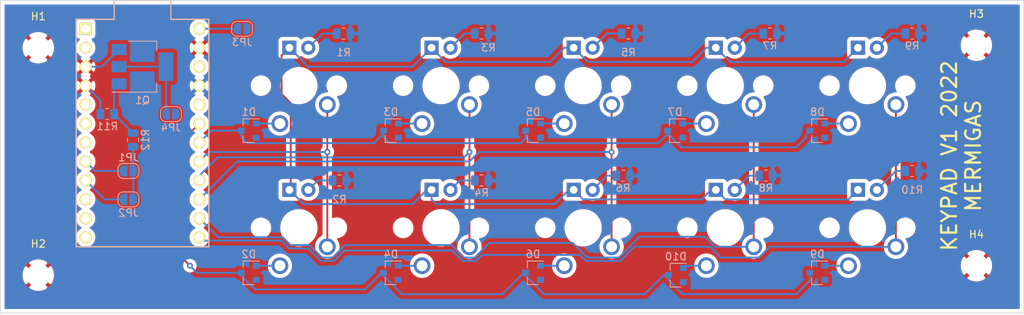
<source format=kicad_pcb>
(kicad_pcb (version 20171130) (host pcbnew "(5.1.10)-1")
  (layers (0 F.Cu signal hide) (31 B.Cu signal) (34 B.Paste user) (35 F.Paste user) (36 B.SilkS user) (37 F.SilkS user) (38 B.Mask user) (39 F.Mask user) (44 Edge.Cuts user))
  (net 0 "")
  (net 1 ROW_0)
  (net 2 "Net-(D1-Pad2)")
  (net 3 ROW_1)
  (net 4 "Net-(D2-Pad2)")
  (net 5 "Net-(D3-Pad2)")
  (net 6 "Net-(D4-Pad2)")
  (net 7 "Net-(D5-Pad2)")
  (net 8 "Net-(D6-Pad2)")
  (net 9 "Net-(D7-Pad2)")
  (net 10 "Net-(D8-Pad2)")
  (net 11 "Net-(D9-Pad2)")
  (net 12 "Net-(JP1-Pad2)")
  (net 13 LED_PWM)
  (net 14 "Net-(JP2-Pad1)")
  (net 15 "Net-(JP3-Pad2)")
  (net 16 "Net-(JP3-Pad1)")
  (net 17 LEGEND)
  (net 18 "Net-(JP4-Pad1)")
  (net 19 Legend)
  (net 20 "Net-(MX1-Pad3)")
  (net 21 COL_0)
  (net 22 "Net-(MX2-Pad3)")
  (net 23 "Net-(MX3-Pad3)")
  (net 24 COL_1)
  (net 25 "Net-(MX4-Pad3)")
  (net 26 "Net-(MX5-Pad3)")
  (net 27 COL_2)
  (net 28 "Net-(MX6-Pad3)")
  (net 29 "Net-(MX7-Pad3)")
  (net 30 COL_3)
  (net 31 "Net-(MX8-Pad3)")
  (net 32 "Net-(MX9-Pad3)")
  (net 33 COL_4)
  (net 34 "Net-(MX10-Pad3)")
  (net 35 "Net-(Q1-Pad1)")
  (net 36 GND)
  (net 37 5VDC)
  (net 38 "Net-(U1-Pad22)")
  (net 39 "Net-(U1-Pad20)")
  (net 40 "Net-(U1-Pad10)")
  (net 41 "Net-(U1-Pad7)")
  (net 42 "Net-(U1-Pad6)")
  (net 43 "Net-(U1-Pad5)")
  (net 44 "Net-(U1-Pad2)")
  (net 45 "Net-(U1-Pad1)")
  (net 46 "Net-(U1-Pad12)")
  (net 47 "Net-(U1-Pad11)")
  (net 48 "Net-(D10-Pad2)")
  (module MX_Only:MXOnly-1U (layer F.Cu) (at 137.795 91.44 180)
    (fp_text reference MX3)
    (fp_text value MX-LED)
    (pad "" np_thru_hole circle (at 5.08 0 228.0996) (size 1.75 1.75) (drill 1.75) (layers *.Cu *.Mask))
    (pad "" np_thru_hole circle (at -5.08 0 228.0996) (size 1.75 1.75) (drill 1.75) (layers *.Cu *.Mask))
    (pad 4 thru_hole rect (at 1.27 5.08 180) (size 1.905 1.905) (drill 1.04) (layers *.Cu B.Mask) (net 19 Legend))
    (pad 3 thru_hole circle (at -1.27 5.08 180) (size 1.905 1.905) (drill 1.04) (layers *.Cu B.Mask) (net 23 "Net-(MX3-Pad3)"))
    (pad 1 thru_hole circle (at -3.81 -2.54 180) (size 2.25 2.25) (drill 1.47) (layers *.Cu B.Mask) (net 24 COL_1))
    (pad "" np_thru_hole circle (at 0 0 180) (size 3.9878 3.9878) (drill 3.9878) (layers *.Cu *.Mask))
    (pad 2 thru_hole circle (at 2.54 -5.08 180) (size 2.25 2.25) (drill 1.47) (layers *.Cu B.Mask) (net 5 "Net-(D3-Pad2)"))
  )
  (module Diode_SMD:D_SOT-23_ANK (layer B.Cu) (at 169.275 116.84 180)
    (fp_text reference D10 (at 0 2.5) (layer B.SilkS) (effects (justify mirror)))
    (fp_text value D hide)
    (pad 1 smd rect (at 1 0 180) (size 0.9 0.8) (layers B.Cu B.Paste B.Mask) (net 3 ROW_1))
    (pad "" smd rect (at -1 -0.95 180) (size 0.9 0.8) (layers B.Cu B.Paste B.Mask))
    (pad 2 smd rect (at -1 0.95 180) (size 0.9 0.8) (layers B.Cu B.Paste B.Mask) (net 48 "Net-(D10-Pad2)"))
  )
  (module MountingHole:MountingHole_3.2mm_M3 (layer F.Cu) (at 209.55 115.57)
    (fp_text reference H4 (at 0 -4.2) (layer F.SilkS))
    (fp_text value MountingHole_Pad)
    (pad 1 np_thru_hole circle (at 0 0) (size 3.2 3.2) (drill 3.2) (layers *.Cu *.Mask) (net 36 GND))
  )
  (module MountingHole:MountingHole_3.2mm_M3 (layer F.Cu) (at 209.545001 86.025001)
    (fp_text reference H3 (at 0 -4.2) (layer F.SilkS))
    (fp_text value MountingHole_Pad)
    (pad 1 np_thru_hole circle (at 0 0) (size 3.2 3.2) (drill 3.2) (layers *.Cu *.Mask) (net 36 GND))
  )
  (module MountingHole:MountingHole_3.2mm_M3 (layer F.Cu) (at 83.82 116.84)
    (fp_text reference H2 (at 0 -4.2) (layer F.SilkS))
    (fp_text value MountingHole_Pad hide)
    (pad 1 np_thru_hole circle (at 0 0) (size 3.2 3.2) (drill 3.2) (layers *.Cu *.Mask) (net 36 GND))
  )
  (module MountingHole:MountingHole_3.2mm_M3 (layer F.Cu) (at 83.82 86.36)
    (fp_text reference H1 (at 0 -4.2) (layer F.SilkS))
    (fp_text value MountingHole_Pad)
    (pad 1 np_thru_hole circle (at 0 0) (size 3.2 3.2) (drill 3.2) (layers *.Cu *.Mask) (net 36 GND))
  )
  (module promicro:ProMicro (layer F.Cu) (at 97.79 97.79 270)
    (fp_text reference U1 hide)
    (fp_text value ProMicro hide)
    (pad 24 thru_hole circle (at -13.97 -7.62 270) (size 1.6 1.6) (drill 1.1) (layers *.Cu *.Mask F.SilkS) (net 16 "Net-(JP3-Pad1)"))
    (pad 23 thru_hole circle (at -11.43 -7.62 270) (size 1.6 1.6) (drill 1.1) (layers *.Cu *.Mask F.SilkS) (net 36 GND))
    (pad 22 thru_hole circle (at -8.89 -7.62 270) (size 1.6 1.6) (drill 1.1) (layers *.Cu *.Mask F.SilkS) (net 38 "Net-(U1-Pad22)"))
    (pad 21 thru_hole circle (at -6.35 -7.62 270) (size 1.6 1.6) (drill 1.1) (layers *.Cu *.Mask F.SilkS) (net 37 5VDC))
    (pad 20 thru_hole circle (at -3.81 -7.62 270) (size 1.6 1.6) (drill 1.1) (layers *.Cu *.Mask F.SilkS) (net 39 "Net-(U1-Pad20)"))
    (pad 19 thru_hole circle (at -1.27 -7.62 270) (size 1.6 1.6) (drill 1.1) (layers *.Cu *.Mask F.SilkS) (net 3 ROW_1))
    (pad 18 thru_hole circle (at 1.27 -7.62 270) (size 1.6 1.6) (drill 1.1) (layers *.Cu *.Mask F.SilkS) (net 1 ROW_0))
    (pad 17 thru_hole circle (at 3.81 -7.62 270) (size 1.6 1.6) (drill 1.1) (layers *.Cu *.Mask F.SilkS) (net 21 COL_0))
    (pad 16 thru_hole circle (at 6.35 -7.62 270) (size 1.6 1.6) (drill 1.1) (layers *.Cu *.Mask F.SilkS) (net 24 COL_1))
    (pad 15 thru_hole circle (at 8.89 -7.62 270) (size 1.6 1.6) (drill 1.1) (layers *.Cu *.Mask F.SilkS) (net 27 COL_2))
    (pad 14 thru_hole circle (at 11.43 -7.62 270) (size 1.6 1.6) (drill 1.1) (layers *.Cu *.Mask F.SilkS) (net 30 COL_3))
    (pad 13 thru_hole circle (at 13.97 -7.62 270) (size 1.6 1.6) (drill 1.1) (layers *.Cu *.Mask F.SilkS) (net 33 COL_4))
    (pad 12 thru_hole circle (at 13.97 7.62 270) (size 1.6 1.6) (drill 1.1) (layers *.Cu *.Mask F.SilkS) (net 46 "Net-(U1-Pad12)"))
    (pad 11 thru_hole circle (at 11.43 7.62 270) (size 1.6 1.6) (drill 1.1) (layers *.Cu *.Mask F.SilkS) (net 47 "Net-(U1-Pad11)"))
    (pad 10 thru_hole circle (at 8.89 7.62 270) (size 1.6 1.6) (drill 1.1) (layers *.Cu *.Mask F.SilkS) (net 40 "Net-(U1-Pad10)"))
    (pad 9 thru_hole circle (at 6.35 7.62 270) (size 1.6 1.6) (drill 1.1) (layers *.Cu *.Mask F.SilkS) (net 14 "Net-(JP2-Pad1)"))
    (pad 8 thru_hole circle (at 3.81 7.62 270) (size 1.6 1.6) (drill 1.1) (layers *.Cu *.Mask F.SilkS) (net 12 "Net-(JP1-Pad2)"))
    (pad 7 thru_hole circle (at 1.27 7.62 270) (size 1.6 1.6) (drill 1.1) (layers *.Cu *.Mask F.SilkS) (net 41 "Net-(U1-Pad7)"))
    (pad 6 thru_hole circle (at -1.27 7.62 270) (size 1.6 1.6) (drill 1.1) (layers *.Cu *.Mask F.SilkS) (net 42 "Net-(U1-Pad6)"))
    (pad 5 thru_hole circle (at -3.81 7.62 270) (size 1.6 1.6) (drill 1.1) (layers *.Cu *.Mask F.SilkS) (net 43 "Net-(U1-Pad5)"))
    (pad 4 thru_hole circle (at -6.35 7.62 270) (size 1.6 1.6) (drill 1.1) (layers *.Cu *.Mask F.SilkS) (net 36 GND))
    (pad 3 thru_hole circle (at -8.89 7.62 270) (size 1.6 1.6) (drill 1.1) (layers *.Cu *.Mask F.SilkS) (net 36 GND))
    (pad 2 thru_hole circle (at -11.43 7.62 270) (size 1.6 1.6) (drill 1.1) (layers *.Cu *.Mask F.SilkS) (net 44 "Net-(U1-Pad2)"))
    (pad 1 thru_hole rect (at -13.97 7.62 270) (size 1.6 1.6) (drill 1.1) (layers *.Cu *.Mask F.SilkS) (net 45 "Net-(U1-Pad1)"))
  )
  (module Resistor_SMD:R_0805_2012Metric (layer B.Cu) (at 96.52 98.7025 90)
    (fp_text reference R12 (at 0 1.65 270) (layer B.SilkS) (effects (justify mirror)))
    (fp_text value 470)
    (pad 2 smd roundrect (at 0.9125 0 90) (size 1.025 1.4) (layers B.Cu B.Paste B.Mask) (roundrect_rratio 0.2439014634146341) (net 35 "Net-(Q1-Pad1)"))
    (pad 1 smd roundrect (at -0.9125 0 90) (size 1.025 1.4) (layers B.Cu B.Paste B.Mask) (roundrect_rratio 0.2439014634146341) (net 13 LED_PWM))
  )
  (module Resistor_SMD:R_0805_2012Metric (layer B.Cu) (at 93.0675 95.25)
    (fp_text reference R11 (at 0 1.65) (layer B.SilkS) (effects (justify mirror)))
    (fp_text value 470)
    (pad 2 smd roundrect (at 0.9125 0) (size 1.025 1.4) (layers B.Cu B.Paste B.Mask) (roundrect_rratio 0.2439014634146341) (net 35 "Net-(Q1-Pad1)"))
    (pad 1 smd roundrect (at -0.9125 0) (size 1.025 1.4) (layers B.Cu B.Paste B.Mask) (roundrect_rratio 0.2439014634146341) (net 36 GND))
  )
  (module Resistor_SMD:R_0805_2012Metric (layer B.Cu) (at 200.9375 102.87)
    (fp_text reference R10 (at 0 2.54) (layer B.SilkS) (effects (justify mirror)))
    (fp_text value 470 hide)
    (pad 2 smd roundrect (at 0.9125 0) (size 1.025 1.4) (layers B.Cu B.Paste B.Mask) (roundrect_rratio 0.2439014634146341) (net 37 5VDC))
    (pad 1 smd roundrect (at -0.9125 0) (size 1.025 1.4) (layers B.Cu B.Paste B.Mask) (roundrect_rratio 0.2439014634146341) (net 34 "Net-(MX10-Pad3)"))
  )
  (module Resistor_SMD:R_0805_2012Metric (layer B.Cu) (at 200.9375 84.455)
    (fp_text reference R9 (at 0 1.65) (layer B.SilkS) (effects (justify mirror)))
    (fp_text value 470 hide)
    (pad 2 smd roundrect (at 0.9125 0) (size 1.025 1.4) (layers B.Cu B.Paste B.Mask) (roundrect_rratio 0.2439014634146341) (net 37 5VDC))
    (pad 1 smd roundrect (at -0.9125 0) (size 1.025 1.4) (layers B.Cu B.Paste B.Mask) (roundrect_rratio 0.2439014634146341) (net 32 "Net-(MX9-Pad3)"))
  )
  (module Resistor_SMD:R_0805_2012Metric (layer B.Cu) (at 181.3325 103.505)
    (fp_text reference R8 (at 0 1.65) (layer B.SilkS) (effects (justify mirror)))
    (fp_text value 470 hide)
    (pad 2 smd roundrect (at 0.9125 0) (size 1.025 1.4) (layers B.Cu B.Paste B.Mask) (roundrect_rratio 0.2439014634146341) (net 37 5VDC))
    (pad 1 smd roundrect (at -0.9125 0) (size 1.025 1.4) (layers B.Cu B.Paste B.Mask) (roundrect_rratio 0.2439014634146341) (net 31 "Net-(MX8-Pad3)"))
  )
  (module Resistor_SMD:R_0805_2012Metric (layer B.Cu) (at 181.8875 84.455)
    (fp_text reference R7 (at 0 1.65) (layer B.SilkS) (effects (justify mirror)))
    (fp_text value 470 hide)
    (pad 2 smd roundrect (at 0.9125 0) (size 1.025 1.4) (layers B.Cu B.Paste B.Mask) (roundrect_rratio 0.2439014634146341) (net 37 5VDC))
    (pad 1 smd roundrect (at -0.9125 0) (size 1.025 1.4) (layers B.Cu B.Paste B.Mask) (roundrect_rratio 0.2439014634146341) (net 29 "Net-(MX7-Pad3)"))
  )
  (module Resistor_SMD:R_0805_2012Metric (layer B.Cu) (at 162.2025 103.505)
    (fp_text reference R6 (at 0 1.65) (layer B.SilkS) (effects (justify mirror)))
    (fp_text value 470 hide)
    (pad 2 smd roundrect (at 0.9125 0) (size 1.025 1.4) (layers B.Cu B.Paste B.Mask) (roundrect_rratio 0.2439014634146341) (net 37 5VDC))
    (pad 1 smd roundrect (at -0.9125 0) (size 1.025 1.4) (layers B.Cu B.Paste B.Mask) (roundrect_rratio 0.2439014634146341) (net 28 "Net-(MX6-Pad3)"))
  )
  (module Resistor_SMD:R_0805_2012Metric (layer B.Cu) (at 162.9175 84.455)
    (fp_text reference R5 (at 0 2.54) (layer B.SilkS) (effects (justify mirror)))
    (fp_text value 470 hide)
    (pad 2 smd roundrect (at 0.9125 0) (size 1.025 1.4) (layers B.Cu B.Paste B.Mask) (roundrect_rratio 0.2439014634146341) (net 37 5VDC))
    (pad 1 smd roundrect (at -0.9125 0) (size 1.025 1.4) (layers B.Cu B.Paste B.Mask) (roundrect_rratio 0.2439014634146341) (net 26 "Net-(MX5-Pad3)"))
  )
  (module Resistor_SMD:R_0805_2012Metric (layer B.Cu) (at 143.2325 104.14)
    (fp_text reference R4 (at 0 1.65) (layer B.SilkS) (effects (justify mirror)))
    (fp_text value 470 hide)
    (pad 2 smd roundrect (at 0.9125 0) (size 1.025 1.4) (layers B.Cu B.Paste B.Mask) (roundrect_rratio 0.2439014634146341) (net 37 5VDC))
    (pad 1 smd roundrect (at -0.9125 0) (size 1.025 1.4) (layers B.Cu B.Paste B.Mask) (roundrect_rratio 0.2439014634146341) (net 25 "Net-(MX4-Pad3)"))
  )
  (module Resistor_SMD:R_0805_2012Metric (layer B.Cu) (at 143.2325 84.455)
    (fp_text reference R3 (at 0.9125 1.905) (layer B.SilkS) (effects (justify mirror)))
    (fp_text value 470 hide)
    (pad 2 smd roundrect (at 0.9125 0) (size 1.025 1.4) (layers B.Cu B.Paste B.Mask) (roundrect_rratio 0.2439014634146341) (net 37 5VDC))
    (pad 1 smd roundrect (at -0.9125 0) (size 1.025 1.4) (layers B.Cu B.Paste B.Mask) (roundrect_rratio 0.2439014634146341) (net 23 "Net-(MX3-Pad3)"))
  )
  (module Resistor_SMD:R_0805_2012Metric (layer B.Cu) (at 124.1825 104.14)
    (fp_text reference R2 (at 0 2.54) (layer B.SilkS) (effects (justify mirror)))
    (fp_text value 470 hide)
    (pad 2 smd roundrect (at 0.9125 0) (size 1.025 1.4) (layers B.Cu B.Paste B.Mask) (roundrect_rratio 0.2439014634146341) (net 37 5VDC))
    (pad 1 smd roundrect (at -0.9125 0) (size 1.025 1.4) (layers B.Cu B.Paste B.Mask) (roundrect_rratio 0.2439014634146341) (net 22 "Net-(MX2-Pad3)"))
  )
  (module Resistor_SMD:R_0805_2012Metric (layer B.Cu) (at 124.7375 84.455)
    (fp_text reference R1 (at 0 2.54) (layer B.SilkS) (effects (justify mirror)))
    (fp_text value 470 hide)
    (pad 2 smd roundrect (at 0.9125 0) (size 1.025 1.4) (layers B.Cu B.Paste B.Mask) (roundrect_rratio 0.2439014634146341) (net 37 5VDC))
    (pad 1 smd roundrect (at -0.9125 0) (size 1.025 1.4) (layers B.Cu B.Paste B.Mask) (roundrect_rratio 0.2439014634146341) (net 20 "Net-(MX1-Pad3)"))
  )
  (module Package_TO_SOT_SMD:SOT-223 (layer B.Cu) (at 97.79 88.9)
    (fp_text reference Q1 (at 0 4.5) (layer B.SilkS) (effects (justify mirror)))
    (fp_text value Q_NMOS_GDSD hide)
    (pad 1 smd rect (at -3.15 2.3) (size 2 1.5) (layers B.Cu B.Paste B.Mask) (net 35 "Net-(Q1-Pad1)"))
    (pad 3 smd rect (at -3.15 -2.3) (size 2 1.5) (layers B.Cu B.Paste B.Mask) (net 36 GND))
    (pad 2 smd rect (at -3.15 0) (size 2 1.5) (layers B.Cu B.Paste B.Mask) (net 18 "Net-(JP4-Pad1)"))
    (pad 4 smd rect (at 3.15 0) (size 2 3.8) (layers B.Cu B.Paste B.Mask) (net 18 "Net-(JP4-Pad1)"))
  )
  (module MX_Only:MXOnly-1U (layer F.Cu) (at 194.945 110.49 180)
    (fp_text reference MX10)
    (fp_text value MX-LED)
    (pad "" np_thru_hole circle (at 5.08 0 228.0996) (size 1.75 1.75) (drill 1.75) (layers *.Cu *.Mask))
    (pad "" np_thru_hole circle (at -5.08 0 228.0996) (size 1.75 1.75) (drill 1.75) (layers *.Cu *.Mask))
    (pad 4 thru_hole rect (at 1.27 5.08 180) (size 1.905 1.905) (drill 1.04) (layers *.Cu B.Mask) (net 19 Legend))
    (pad 3 thru_hole circle (at -1.27 5.08 180) (size 1.905 1.905) (drill 1.04) (layers *.Cu B.Mask) (net 34 "Net-(MX10-Pad3)"))
    (pad 1 thru_hole circle (at -3.81 -2.54 180) (size 2.25 2.25) (drill 1.47) (layers *.Cu B.Mask) (net 33 COL_4))
    (pad "" np_thru_hole circle (at 0 0 180) (size 3.9878 3.9878) (drill 3.9878) (layers *.Cu *.Mask))
    (pad 2 thru_hole circle (at 2.54 -5.08 180) (size 2.25 2.25) (drill 1.47) (layers *.Cu B.Mask) (net 11 "Net-(D9-Pad2)"))
  )
  (module MX_Only:MXOnly-1U (layer F.Cu) (at 194.945 91.44 180)
    (fp_text reference MX9)
    (fp_text value MX-LED)
    (pad "" np_thru_hole circle (at 5.08 0 228.0996) (size 1.75 1.75) (drill 1.75) (layers *.Cu *.Mask))
    (pad "" np_thru_hole circle (at -5.08 0 228.0996) (size 1.75 1.75) (drill 1.75) (layers *.Cu *.Mask))
    (pad 4 thru_hole rect (at 1.27 5.08 180) (size 1.905 1.905) (drill 1.04) (layers *.Cu B.Mask) (net 19 Legend))
    (pad 3 thru_hole circle (at -1.27 5.08 180) (size 1.905 1.905) (drill 1.04) (layers *.Cu B.Mask) (net 32 "Net-(MX9-Pad3)"))
    (pad 1 thru_hole circle (at -3.81 -2.54 180) (size 2.25 2.25) (drill 1.47) (layers *.Cu B.Mask) (net 33 COL_4))
    (pad "" np_thru_hole circle (at 0 0 180) (size 3.9878 3.9878) (drill 3.9878) (layers *.Cu *.Mask))
    (pad 2 thru_hole circle (at 2.54 -5.08 180) (size 2.25 2.25) (drill 1.47) (layers *.Cu B.Mask) (net 10 "Net-(D8-Pad2)"))
  )
  (module MX_Only:MXOnly-1U (layer F.Cu) (at 175.895 110.49 180)
    (fp_text reference MX8)
    (fp_text value MX-LED)
    (pad "" np_thru_hole circle (at 5.08 0 228.0996) (size 1.75 1.75) (drill 1.75) (layers *.Cu *.Mask))
    (pad "" np_thru_hole circle (at -5.08 0 228.0996) (size 1.75 1.75) (drill 1.75) (layers *.Cu *.Mask))
    (pad 4 thru_hole rect (at 1.27 5.08 180) (size 1.905 1.905) (drill 1.04) (layers *.Cu B.Mask) (net 19 Legend))
    (pad 3 thru_hole circle (at -1.27 5.08 180) (size 1.905 1.905) (drill 1.04) (layers *.Cu B.Mask) (net 31 "Net-(MX8-Pad3)"))
    (pad 1 thru_hole circle (at -3.81 -2.54 180) (size 2.25 2.25) (drill 1.47) (layers *.Cu B.Mask) (net 30 COL_3))
    (pad "" np_thru_hole circle (at 0 0 180) (size 3.9878 3.9878) (drill 3.9878) (layers *.Cu *.Mask))
    (pad 2 thru_hole circle (at 2.54 -5.08 180) (size 2.25 2.25) (drill 1.47) (layers *.Cu B.Mask) (net 48 "Net-(D10-Pad2)"))
  )
  (module MX_Only:MXOnly-1U (layer F.Cu) (at 175.895 91.44 180)
    (fp_text reference MX7)
    (fp_text value MX-LED)
    (pad "" np_thru_hole circle (at 5.08 0 228.0996) (size 1.75 1.75) (drill 1.75) (layers *.Cu *.Mask))
    (pad "" np_thru_hole circle (at -5.08 0 228.0996) (size 1.75 1.75) (drill 1.75) (layers *.Cu *.Mask))
    (pad 4 thru_hole rect (at 1.27 5.08 180) (size 1.905 1.905) (drill 1.04) (layers *.Cu B.Mask) (net 19 Legend))
    (pad 3 thru_hole circle (at -1.27 5.08 180) (size 1.905 1.905) (drill 1.04) (layers *.Cu B.Mask) (net 29 "Net-(MX7-Pad3)"))
    (pad 1 thru_hole circle (at -3.81 -2.54 180) (size 2.25 2.25) (drill 1.47) (layers *.Cu B.Mask) (net 30 COL_3))
    (pad "" np_thru_hole circle (at 0 0 180) (size 3.9878 3.9878) (drill 3.9878) (layers *.Cu *.Mask))
    (pad 2 thru_hole circle (at 2.54 -5.08 180) (size 2.25 2.25) (drill 1.47) (layers *.Cu B.Mask) (net 9 "Net-(D7-Pad2)"))
  )
  (module MX_Only:MXOnly-1U (layer F.Cu) (at 156.845 110.49 180)
    (fp_text reference MX6)
    (fp_text value MX-LED)
    (pad "" np_thru_hole circle (at 5.08 0 228.0996) (size 1.75 1.75) (drill 1.75) (layers *.Cu *.Mask))
    (pad "" np_thru_hole circle (at -5.08 0 228.0996) (size 1.75 1.75) (drill 1.75) (layers *.Cu *.Mask))
    (pad 4 thru_hole rect (at 1.27 5.08 180) (size 1.905 1.905) (drill 1.04) (layers *.Cu B.Mask) (net 19 Legend))
    (pad 3 thru_hole circle (at -1.27 5.08 180) (size 1.905 1.905) (drill 1.04) (layers *.Cu B.Mask) (net 28 "Net-(MX6-Pad3)"))
    (pad 1 thru_hole circle (at -3.81 -2.54 180) (size 2.25 2.25) (drill 1.47) (layers *.Cu B.Mask) (net 27 COL_2))
    (pad "" np_thru_hole circle (at 0 0 180) (size 3.9878 3.9878) (drill 3.9878) (layers *.Cu *.Mask))
    (pad 2 thru_hole circle (at 2.54 -5.08 180) (size 2.25 2.25) (drill 1.47) (layers *.Cu B.Mask) (net 8 "Net-(D6-Pad2)"))
  )
  (module MX_Only:MXOnly-1U (layer F.Cu) (at 156.845 91.44 180)
    (fp_text reference MX5)
    (fp_text value MX-LED)
    (pad "" np_thru_hole circle (at 5.08 0 228.0996) (size 1.75 1.75) (drill 1.75) (layers *.Cu *.Mask))
    (pad "" np_thru_hole circle (at -5.08 0 228.0996) (size 1.75 1.75) (drill 1.75) (layers *.Cu *.Mask))
    (pad 4 thru_hole rect (at 1.27 5.08 180) (size 1.905 1.905) (drill 1.04) (layers *.Cu B.Mask) (net 19 Legend))
    (pad 3 thru_hole circle (at -1.27 5.08 180) (size 1.905 1.905) (drill 1.04) (layers *.Cu B.Mask) (net 26 "Net-(MX5-Pad3)"))
    (pad 1 thru_hole circle (at -3.81 -2.54 180) (size 2.25 2.25) (drill 1.47) (layers *.Cu B.Mask) (net 27 COL_2))
    (pad "" np_thru_hole circle (at 0 0 180) (size 3.9878 3.9878) (drill 3.9878) (layers *.Cu *.Mask))
    (pad 2 thru_hole circle (at 2.54 -5.08 180) (size 2.25 2.25) (drill 1.47) (layers *.Cu B.Mask) (net 7 "Net-(D5-Pad2)"))
  )
  (module MX_Only:MXOnly-1U (layer F.Cu) (at 137.795 110.49 180)
    (fp_text reference MX4)
    (fp_text value MX-LED)
    (pad "" np_thru_hole circle (at 5.08 0 228.0996) (size 1.75 1.75) (drill 1.75) (layers *.Cu *.Mask))
    (pad "" np_thru_hole circle (at -5.08 0 228.0996) (size 1.75 1.75) (drill 1.75) (layers *.Cu *.Mask))
    (pad 4 thru_hole rect (at 1.27 5.08 180) (size 1.905 1.905) (drill 1.04) (layers *.Cu B.Mask) (net 19 Legend))
    (pad 3 thru_hole circle (at -1.27 5.08 180) (size 1.905 1.905) (drill 1.04) (layers *.Cu B.Mask) (net 25 "Net-(MX4-Pad3)"))
    (pad 1 thru_hole circle (at -3.81 -2.54 180) (size 2.25 2.25) (drill 1.47) (layers *.Cu B.Mask) (net 24 COL_1))
    (pad "" np_thru_hole circle (at 0 0 180) (size 3.9878 3.9878) (drill 3.9878) (layers *.Cu *.Mask))
    (pad 2 thru_hole circle (at 2.54 -5.08 180) (size 2.25 2.25) (drill 1.47) (layers *.Cu B.Mask) (net 6 "Net-(D4-Pad2)"))
  )
  (module MX_Only:MXOnly-1U (layer F.Cu) (at 118.745 110.49 180)
    (fp_text reference MX2)
    (fp_text value MX-LED)
    (pad "" np_thru_hole circle (at 5.08 0 228.0996) (size 1.75 1.75) (drill 1.75) (layers *.Cu *.Mask))
    (pad "" np_thru_hole circle (at -5.08 0 228.0996) (size 1.75 1.75) (drill 1.75) (layers *.Cu *.Mask))
    (pad 4 thru_hole rect (at 1.27 5.08 180) (size 1.905 1.905) (drill 1.04) (layers *.Cu B.Mask) (net 19 Legend))
    (pad 3 thru_hole circle (at -1.27 5.08 180) (size 1.905 1.905) (drill 1.04) (layers *.Cu B.Mask) (net 22 "Net-(MX2-Pad3)"))
    (pad 1 thru_hole circle (at -3.81 -2.54 180) (size 2.25 2.25) (drill 1.47) (layers *.Cu B.Mask) (net 21 COL_0))
    (pad "" np_thru_hole circle (at 0 0 180) (size 3.9878 3.9878) (drill 3.9878) (layers *.Cu *.Mask))
    (pad 2 thru_hole circle (at 2.54 -5.08 180) (size 2.25 2.25) (drill 1.47) (layers *.Cu B.Mask) (net 4 "Net-(D2-Pad2)"))
  )
  (module MX_Only:MXOnly-1U (layer F.Cu) (at 118.745 91.44 180)
    (fp_text reference MX1)
    (fp_text value MX-LED)
    (pad "" np_thru_hole circle (at 5.08 0 228.0996) (size 1.75 1.75) (drill 1.75) (layers *.Cu *.Mask))
    (pad "" np_thru_hole circle (at -5.08 0 228.0996) (size 1.75 1.75) (drill 1.75) (layers *.Cu *.Mask))
    (pad 4 thru_hole rect (at 1.27 5.08 180) (size 1.905 1.905) (drill 1.04) (layers *.Cu B.Mask) (net 19 Legend))
    (pad 3 thru_hole circle (at -1.27 5.08 180) (size 1.905 1.905) (drill 1.04) (layers *.Cu B.Mask) (net 20 "Net-(MX1-Pad3)"))
    (pad 1 thru_hole circle (at -3.81 -2.54 180) (size 2.25 2.25) (drill 1.47) (layers *.Cu B.Mask) (net 21 COL_0))
    (pad "" np_thru_hole circle (at 0 0 180) (size 3.9878 3.9878) (drill 3.9878) (layers *.Cu *.Mask))
    (pad 2 thru_hole circle (at 2.54 -5.08 180) (size 2.25 2.25) (drill 1.47) (layers *.Cu B.Mask) (net 2 "Net-(D1-Pad2)"))
  )
  (module Jumper:SolderJumper-2_P1.3mm_Open_RoundedPad1.0x1.5mm (layer B.Cu) (at 101.6 95.25)
    (fp_text reference JP4 (at 0 1.8) (layer B.SilkS) (effects (justify mirror)))
    (fp_text value SolderJumper_2_Open hide)
    (pad 2 smd custom (at 0.65 0) (size 1 0.5) (layers B.Cu B.Mask) (net 17 LEGEND) (options (clearance outline) (anchor rect)) (primitives (gr_circle (center 0 -0.25) (end 0.5 -0.25) (width 0)) (gr_circle (center 0 0.25) (end 0.5 0.25) (width 0)) (gr_poly (pts (xy 0 0.75) (xy -0.5 0.75) (xy -0.5 -0.75) (xy 0 -0.75)) (width 0))))
    (pad 1 smd custom (at -0.65 0) (size 1 0.5) (layers B.Cu B.Mask) (net 18 "Net-(JP4-Pad1)") (options (clearance outline) (anchor rect)) (primitives (gr_circle (center 0 -0.25) (end 0.5 -0.25) (width 0)) (gr_circle (center 0 0.25) (end 0.5 0.25) (width 0)) (gr_poly (pts (xy 0 0.75) (xy 0.5 0.75) (xy 0.5 -0.75) (xy 0 -0.75)) (width 0))))
  )
  (module Jumper:SolderJumper-2_P1.3mm_Open_RoundedPad1.0x1.5mm (layer B.Cu) (at 111.14 83.82)
    (fp_text reference JP3 (at 0 1.8) (layer B.SilkS) (effects (justify mirror)))
    (fp_text value SolderJumper_2_Open hide)
    (pad 2 smd custom (at 0.65 0) (size 1 0.5) (layers B.Cu B.Mask) (net 15 "Net-(JP3-Pad2)") (options (clearance outline) (anchor rect)) (primitives (gr_circle (center 0 -0.25) (end 0.5 -0.25) (width 0)) (gr_circle (center 0 0.25) (end 0.5 0.25) (width 0)) (gr_poly (pts (xy 0 0.75) (xy -0.5 0.75) (xy -0.5 -0.75) (xy 0 -0.75)) (width 0))))
    (pad 1 smd custom (at -0.65 0) (size 1 0.5) (layers B.Cu B.Mask) (net 16 "Net-(JP3-Pad1)") (options (clearance outline) (anchor rect)) (primitives (gr_circle (center 0 -0.25) (end 0.5 -0.25) (width 0)) (gr_circle (center 0 0.25) (end 0.5 0.25) (width 0)) (gr_poly (pts (xy 0 0.75) (xy 0.5 0.75) (xy 0.5 -0.75) (xy 0 -0.75)) (width 0))))
  )
  (module Jumper:SolderJumper-2_P1.3mm_Open_RoundedPad1.0x1.5mm (layer B.Cu) (at 95.9 106.68)
    (fp_text reference JP2 (at 0 1.8) (layer B.SilkS) (effects (justify mirror)))
    (fp_text value SolderJumper_2_Open hide)
    (pad 2 smd custom (at 0.65 0) (size 1 0.5) (layers B.Cu B.Mask) (net 13 LED_PWM) (options (clearance outline) (anchor rect)) (primitives (gr_circle (center 0 -0.25) (end 0.5 -0.25) (width 0)) (gr_circle (center 0 0.25) (end 0.5 0.25) (width 0)) (gr_poly (pts (xy 0 0.75) (xy -0.5 0.75) (xy -0.5 -0.75) (xy 0 -0.75)) (width 0))))
    (pad 1 smd custom (at -0.65 0) (size 1 0.5) (layers B.Cu B.Mask) (net 14 "Net-(JP2-Pad1)") (options (clearance outline) (anchor rect)) (primitives (gr_circle (center 0 -0.25) (end 0.5 -0.25) (width 0)) (gr_circle (center 0 0.25) (end 0.5 0.25) (width 0)) (gr_poly (pts (xy 0 0.75) (xy 0.5 0.75) (xy 0.5 -0.75) (xy 0 -0.75)) (width 0))))
  )
  (module Jumper:SolderJumper-2_P1.3mm_Open_RoundedPad1.0x1.5mm (layer B.Cu) (at 95.9 102.87 180)
    (fp_text reference JP1 (at 0 1.8) (layer B.SilkS) (effects (justify mirror)))
    (fp_text value SolderJumper_2_Open hide)
    (pad 2 smd custom (at 0.65 0 180) (size 1 0.5) (layers B.Cu B.Mask) (net 12 "Net-(JP1-Pad2)") (options (clearance outline) (anchor rect)) (primitives (gr_circle (center 0 -0.25) (end 0.5 -0.25) (width 0)) (gr_circle (center 0 0.25) (end 0.5 0.25) (width 0)) (gr_poly (pts (xy 0 0.75) (xy -0.5 0.75) (xy -0.5 -0.75) (xy 0 -0.75)) (width 0))))
    (pad 1 smd custom (at -0.65 0 180) (size 1 0.5) (layers B.Cu B.Mask) (net 13 LED_PWM) (options (clearance outline) (anchor rect)) (primitives (gr_circle (center 0 -0.25) (end 0.5 -0.25) (width 0)) (gr_circle (center 0 0.25) (end 0.5 0.25) (width 0)) (gr_poly (pts (xy 0 0.75) (xy 0.5 0.75) (xy 0.5 -0.75) (xy 0 -0.75)) (width 0))))
  )
  (module Diode_SMD:D_SOT-23_ANK (layer B.Cu) (at 188.23 116.52 180)
    (fp_text reference D9 (at 0 2.5) (layer B.SilkS) (effects (justify mirror)))
    (fp_text value D hide)
    (pad 1 smd rect (at 1 0 180) (size 0.9 0.8) (layers B.Cu B.Paste B.Mask) (net 3 ROW_1))
    (pad "" smd rect (at -1 -0.95 180) (size 0.9 0.8) (layers B.Cu B.Paste B.Mask))
    (pad 2 smd rect (at -1 0.95 180) (size 0.9 0.8) (layers B.Cu B.Paste B.Mask) (net 11 "Net-(D9-Pad2)"))
  )
  (module Diode_SMD:D_SOT-23_ANK (layer B.Cu) (at 188.23 97.47 180)
    (fp_text reference D8 (at 0 2.5) (layer B.SilkS) (effects (justify mirror)))
    (fp_text value D hide)
    (pad 1 smd rect (at 1 0 180) (size 0.9 0.8) (layers B.Cu B.Paste B.Mask) (net 1 ROW_0))
    (pad "" smd rect (at -1 -0.95 180) (size 0.9 0.8) (layers B.Cu B.Paste B.Mask))
    (pad 2 smd rect (at -1 0.95 180) (size 0.9 0.8) (layers B.Cu B.Paste B.Mask) (net 10 "Net-(D8-Pad2)"))
  )
  (module Diode_SMD:D_SOT-23_ANK (layer B.Cu) (at 169.18 97.47 180)
    (fp_text reference D7 (at 0 2.5) (layer B.SilkS) (effects (justify mirror)))
    (fp_text value D hide)
    (pad 1 smd rect (at 1 0 180) (size 0.9 0.8) (layers B.Cu B.Paste B.Mask) (net 1 ROW_0))
    (pad "" smd rect (at -1 -0.95 180) (size 0.9 0.8) (layers B.Cu B.Paste B.Mask))
    (pad 2 smd rect (at -1 0.95 180) (size 0.9 0.8) (layers B.Cu B.Paste B.Mask) (net 9 "Net-(D7-Pad2)"))
  )
  (module Diode_SMD:D_SOT-23_ANK (layer B.Cu) (at 150.13 116.52 180)
    (fp_text reference D6 (at 0 2.5) (layer B.SilkS) (effects (justify mirror)))
    (fp_text value D hide)
    (pad 1 smd rect (at 1 0 180) (size 0.9 0.8) (layers B.Cu B.Paste B.Mask) (net 3 ROW_1))
    (pad "" smd rect (at -1 -0.95 180) (size 0.9 0.8) (layers B.Cu B.Paste B.Mask))
    (pad 2 smd rect (at -1 0.95 180) (size 0.9 0.8) (layers B.Cu B.Paste B.Mask) (net 8 "Net-(D6-Pad2)"))
  )
  (module Diode_SMD:D_SOT-23_ANK (layer B.Cu) (at 150.13 97.47 180)
    (fp_text reference D5 (at 0 2.5) (layer B.SilkS) (effects (justify mirror)))
    (fp_text value D hide)
    (pad 1 smd rect (at 1 0 180) (size 0.9 0.8) (layers B.Cu B.Paste B.Mask) (net 1 ROW_0))
    (pad "" smd rect (at -1 -0.95 180) (size 0.9 0.8) (layers B.Cu B.Paste B.Mask))
    (pad 2 smd rect (at -1 0.95 180) (size 0.9 0.8) (layers B.Cu B.Paste B.Mask) (net 7 "Net-(D5-Pad2)"))
  )
  (module Diode_SMD:D_SOT-23_ANK (layer B.Cu) (at 131.08 116.52 180)
    (fp_text reference D4 (at 0 2.5) (layer B.SilkS) (effects (justify mirror)))
    (fp_text value D hide)
    (pad 1 smd rect (at 1 0 180) (size 0.9 0.8) (layers B.Cu B.Paste B.Mask) (net 3 ROW_1))
    (pad "" smd rect (at -1 -0.95 180) (size 0.9 0.8) (layers B.Cu B.Paste B.Mask))
    (pad 2 smd rect (at -1 0.95 180) (size 0.9 0.8) (layers B.Cu B.Paste B.Mask) (net 6 "Net-(D4-Pad2)"))
  )
  (module Diode_SMD:D_SOT-23_ANK (layer B.Cu) (at 131.08 97.47 180)
    (fp_text reference D3 (at 0 2.5) (layer B.SilkS) (effects (justify mirror)))
    (fp_text value D hide)
    (pad 1 smd rect (at 1 0 180) (size 0.9 0.8) (layers B.Cu B.Paste B.Mask) (net 1 ROW_0))
    (pad "" smd rect (at -1 -0.95 180) (size 0.9 0.8) (layers B.Cu B.Paste B.Mask))
    (pad 2 smd rect (at -1 0.95 180) (size 0.9 0.8) (layers B.Cu B.Paste B.Mask) (net 5 "Net-(D3-Pad2)"))
  )
  (module Diode_SMD:D_SOT-23_ANK (layer B.Cu) (at 112.03 116.52 180)
    (fp_text reference D2 (at 0 2.5) (layer B.SilkS) (effects (justify mirror)))
    (fp_text value D hide)
    (pad 1 smd rect (at 1 0 180) (size 0.9 0.8) (layers B.Cu B.Paste B.Mask) (net 3 ROW_1))
    (pad "" smd rect (at -1 -0.95 180) (size 0.9 0.8) (layers B.Cu B.Paste B.Mask))
    (pad 2 smd rect (at -1 0.95 180) (size 0.9 0.8) (layers B.Cu B.Paste B.Mask) (net 4 "Net-(D2-Pad2)"))
  )
  (module Diode_SMD:D_SOT-23_ANK (layer B.Cu) (at 112.03 97.47 180)
    (fp_text reference D1 (at 0 2.5) (layer B.SilkS) (effects (justify mirror)))
    (fp_text value D hide)
    (pad 1 smd rect (at 1 0 180) (size 0.9 0.8) (layers B.Cu B.Paste B.Mask) (net 1 ROW_0))
    (pad "" smd rect (at -1 -0.95 180) (size 0.9 0.8) (layers B.Cu B.Paste B.Mask))
    (pad 2 smd rect (at -1 0.95 180) (size 0.9 0.8) (layers B.Cu B.Paste B.Mask) (net 2 "Net-(D1-Pad2)"))
  )
  (gr_text "KEYPAD V1 2022\nMERMIGAS\n" (at 207.518 100.838 90) (layer F.SilkS) (effects (font (size 2 2) (thickness 0.3))))
  (gr_line (start 215.9 80.01) (end 215.9 121.92) (layer Edge.Cuts) (width 0.1))
  (gr_line (start 78.74 80.01) (end 215.9 80.01) (layer Edge.Cuts) (width 0.1))
  (gr_line (start 78.74 121.92) (end 78.74 80.01) (layer Edge.Cuts) (width 0.1))
  (gr_line (start 215.9 121.92) (end 78.74 121.92) (layer Edge.Cuts) (width 0.1))
  (segment (start 186.729999 97.970001) (end 186.729999 98.385001) (width 0.25) (layer B.Cu) (net 1))
  (segment (start 187.23 97.47) (end 186.729999 97.970001) (width 0.25) (layer B.Cu) (net 1))
  (segment (start 186.729999 98.385001) (end 185.42 99.695) (width 0.25) (layer B.Cu) (net 1))
  (segment (start 170.019998 99.695) (end 168.275 97.950002) (width 0.25) (layer B.Cu) (net 1))
  (segment (start 185.42 99.695) (end 170.019998 99.695) (width 0.25) (layer B.Cu) (net 1))
  (segment (start 168.275 97.565) (end 168.18 97.47) (width 0.25) (layer B.Cu) (net 1))
  (segment (start 168.275 97.950002) (end 168.275 97.565) (width 0.25) (layer B.Cu) (net 1))
  (segment (start 168.18 97.47) (end 168.18 97.885) (width 0.25) (layer B.Cu) (net 1))
  (segment (start 168.18 97.885) (end 166.919999 99.145001) (width 0.25) (layer B.Cu) (net 1))
  (segment (start 166.919999 99.145001) (end 149.945001 99.145001) (width 0.25) (layer B.Cu) (net 1))
  (segment (start 149.13 98.33) (end 149.13 97.47) (width 0.25) (layer B.Cu) (net 1))
  (segment (start 149.945001 99.145001) (end 149.13 98.33) (width 0.25) (layer B.Cu) (net 1))
  (segment (start 149.13 97.47) (end 149.13 98.52) (width 0.25) (layer B.Cu) (net 1))
  (segment (start 148.504999 99.145001) (end 130.895001 99.145001) (width 0.25) (layer B.Cu) (net 1))
  (segment (start 149.13 98.52) (end 148.504999 99.145001) (width 0.25) (layer B.Cu) (net 1))
  (segment (start 130.08 98.33) (end 130.08 97.47) (width 0.25) (layer B.Cu) (net 1))
  (segment (start 130.895001 99.145001) (end 130.08 98.33) (width 0.25) (layer B.Cu) (net 1))
  (segment (start 130.08 97.47) (end 130.08 97.885) (width 0.25) (layer B.Cu) (net 1))
  (segment (start 128.819999 99.145001) (end 111.845001 99.145001) (width 0.25) (layer B.Cu) (net 1))
  (segment (start 130.08 97.885) (end 128.819999 99.145001) (width 0.25) (layer B.Cu) (net 1))
  (segment (start 111.03 98.33) (end 111.03 97.47) (width 0.25) (layer B.Cu) (net 1))
  (segment (start 111.845001 99.145001) (end 111.03 98.33) (width 0.25) (layer B.Cu) (net 1))
  (segment (start 107 97.47) (end 105.41 99.06) (width 0.25) (layer B.Cu) (net 1))
  (segment (start 111.03 97.47) (end 107 97.47) (width 0.25) (layer B.Cu) (net 1))
  (segment (start 116.205 96.52) (end 113.03 96.52) (width 0.25) (layer B.Cu) (net 2))
  (segment (start 187.23 116.52) (end 187.23 117.57) (width 0.25) (layer B.Cu) (net 3))
  (segment (start 187.23 117.57) (end 185.42 119.38) (width 0.25) (layer B.Cu) (net 3))
  (segment (start 168.275 117.49) (end 168.275 116.84) (width 0.25) (layer B.Cu) (net 3))
  (segment (start 170.165 119.38) (end 168.275 117.49) (width 0.25) (layer B.Cu) (net 3))
  (segment (start 185.42 119.38) (end 170.165 119.38) (width 0.25) (layer B.Cu) (net 3))
  (segment (start 168.275 116.84) (end 167.64 116.84) (width 0.25) (layer B.Cu) (net 3))
  (segment (start 167.64 116.84) (end 165.1 119.38) (width 0.25) (layer B.Cu) (net 3))
  (segment (start 151.604998 119.38) (end 149.064998 116.84) (width 0.25) (layer B.Cu) (net 3))
  (segment (start 165.1 119.38) (end 151.604998 119.38) (width 0.25) (layer B.Cu) (net 3))
  (segment (start 149.064998 116.585002) (end 149.13 116.52) (width 0.25) (layer B.Cu) (net 3))
  (segment (start 149.064998 116.84) (end 149.064998 116.585002) (width 0.25) (layer B.Cu) (net 3))
  (segment (start 149.13 116.52) (end 148.91 116.52) (width 0.25) (layer B.Cu) (net 3))
  (segment (start 148.91 116.52) (end 146.05 119.38) (width 0.25) (layer B.Cu) (net 3))
  (segment (start 130.08 116.905002) (end 130.08 116.52) (width 0.25) (layer B.Cu) (net 3))
  (segment (start 132.554998 119.38) (end 130.08 116.905002) (width 0.25) (layer B.Cu) (net 3))
  (segment (start 146.05 119.38) (end 132.554998 119.38) (width 0.25) (layer B.Cu) (net 3))
  (segment (start 112.869998 118.745) (end 111.03 116.905002) (width 0.25) (layer B.Cu) (net 3))
  (segment (start 127.635 118.745) (end 112.869998 118.745) (width 0.25) (layer B.Cu) (net 3))
  (segment (start 111.03 116.905002) (end 111.03 116.52) (width 0.25) (layer B.Cu) (net 3))
  (segment (start 129.86 116.52) (end 127.635 118.745) (width 0.25) (layer B.Cu) (net 3))
  (segment (start 130.08 116.52) (end 129.86 116.52) (width 0.25) (layer B.Cu) (net 3))
  (segment (start 105.41 96.52) (end 103.505 98.425) (width 0.25) (layer F.Cu) (net 3))
  (segment (start 103.505 98.425) (end 103.505 114.935) (width 0.25) (layer F.Cu) (net 3))
  (segment (start 103.505 114.935) (end 104.14 115.57) (width 0.25) (layer F.Cu) (net 3))
  (segment (start 104.14 115.57) (end 104.14 115.57) (width 0.25) (layer F.Cu) (net 3))
  (via (at 104.14 115.57) (size 0.8) (drill 0.4) (layers F.Cu B.Cu) (net 3))
  (segment (start 105.09 116.52) (end 104.14 115.57) (width 0.25) (layer B.Cu) (net 3))
  (segment (start 111.03 116.52) (end 105.09 116.52) (width 0.25) (layer B.Cu) (net 3))
  (segment (start 116.205 115.57) (end 113.03 115.57) (width 0.25) (layer B.Cu) (net 4))
  (segment (start 135.255 96.52) (end 132.08 96.52) (width 0.25) (layer B.Cu) (net 5))
  (segment (start 135.255 115.57) (end 132.08 115.57) (width 0.25) (layer B.Cu) (net 6))
  (segment (start 154.305 96.52) (end 151.13 96.52) (width 0.25) (layer B.Cu) (net 7))
  (segment (start 154.305 115.57) (end 151.13 115.57) (width 0.25) (layer B.Cu) (net 8))
  (segment (start 173.355 96.52) (end 170.18 96.52) (width 0.25) (layer B.Cu) (net 9))
  (segment (start 192.405 96.52) (end 189.23 96.52) (width 0.25) (layer B.Cu) (net 10))
  (segment (start 192.405 115.57) (end 189.23 115.57) (width 0.25) (layer B.Cu) (net 11))
  (segment (start 91.44 102.87) (end 90.17 101.6) (width 0.25) (layer B.Cu) (net 12))
  (segment (start 95.25 102.87) (end 91.44 102.87) (width 0.25) (layer B.Cu) (net 12))
  (segment (start 96.55 106.68) (end 96.55 102.87) (width 0.25) (layer B.Cu) (net 13))
  (segment (start 96.55 99.645) (end 96.52 99.615) (width 0.25) (layer B.Cu) (net 13))
  (segment (start 96.55 102.87) (end 96.55 99.645) (width 0.25) (layer B.Cu) (net 13))
  (segment (start 92.71 106.68) (end 90.17 104.14) (width 0.25) (layer B.Cu) (net 14))
  (segment (start 95.25 106.68) (end 92.71 106.68) (width 0.25) (layer B.Cu) (net 14))
  (segment (start 110.49 83.82) (end 105.41 83.82) (width 0.25) (layer B.Cu) (net 16))
  (segment (start 100.95 88.91) (end 100.94 88.9) (width 0.25) (layer B.Cu) (net 18))
  (segment (start 100.95 95.25) (end 100.95 88.91) (width 0.25) (layer B.Cu) (net 18))
  (segment (start 100.94 88.9) (end 94.64 88.9) (width 0.25) (layer B.Cu) (net 18))
  (segment (start 175.902501 106.687501) (end 174.625 105.41) (width 0.25) (layer B.Cu) (net 19))
  (segment (start 192.397499 106.687501) (end 175.902501 106.687501) (width 0.25) (layer B.Cu) (net 19))
  (segment (start 193.675 105.41) (end 192.397499 106.687501) (width 0.25) (layer B.Cu) (net 19))
  (segment (start 174.625 105.41) (end 173.99 105.41) (width 0.25) (layer B.Cu) (net 19))
  (segment (start 156.852501 106.687501) (end 155.575 105.41) (width 0.25) (layer B.Cu) (net 19))
  (segment (start 172.712499 106.687501) (end 156.852501 106.687501) (width 0.25) (layer B.Cu) (net 19))
  (segment (start 173.99 105.41) (end 172.712499 106.687501) (width 0.25) (layer B.Cu) (net 19))
  (segment (start 136.525 106.68) (end 136.525 105.41) (width 0.25) (layer B.Cu) (net 19))
  (segment (start 137.16 107.315) (end 136.525 106.68) (width 0.25) (layer B.Cu) (net 19))
  (segment (start 153.035 107.315) (end 137.16 107.315) (width 0.25) (layer B.Cu) (net 19))
  (segment (start 154.94 105.41) (end 153.035 107.315) (width 0.25) (layer B.Cu) (net 19))
  (segment (start 155.575 105.41) (end 154.94 105.41) (width 0.25) (layer B.Cu) (net 19))
  (segment (start 136.525 105.41) (end 135.89 105.41) (width 0.25) (layer B.Cu) (net 19))
  (segment (start 135.89 105.41) (end 133.985 107.315) (width 0.25) (layer B.Cu) (net 19))
  (segment (start 119.38 107.315) (end 117.475 105.41) (width 0.25) (layer B.Cu) (net 19))
  (segment (start 133.985 107.315) (end 119.38 107.315) (width 0.25) (layer B.Cu) (net 19))
  (segment (start 176.53 88.265) (end 174.625 86.36) (width 0.25) (layer B.Cu) (net 19))
  (segment (start 191.77 88.265) (end 176.53 88.265) (width 0.25) (layer B.Cu) (net 19))
  (segment (start 193.675 86.36) (end 191.77 88.265) (width 0.25) (layer B.Cu) (net 19))
  (segment (start 174.625 86.36) (end 173.355 86.36) (width 0.25) (layer B.Cu) (net 19))
  (segment (start 173.355 86.36) (end 171.45 88.265) (width 0.25) (layer B.Cu) (net 19))
  (segment (start 157.48 88.265) (end 155.575 86.36) (width 0.25) (layer B.Cu) (net 19))
  (segment (start 171.45 88.265) (end 157.48 88.265) (width 0.25) (layer B.Cu) (net 19))
  (segment (start 155.575 86.36) (end 154.305 86.36) (width 0.25) (layer B.Cu) (net 19))
  (segment (start 154.305 86.36) (end 152.4 88.265) (width 0.25) (layer B.Cu) (net 19))
  (segment (start 138.43 88.265) (end 136.525 86.36) (width 0.25) (layer B.Cu) (net 19))
  (segment (start 152.4 88.265) (end 138.43 88.265) (width 0.25) (layer B.Cu) (net 19))
  (segment (start 133.985 88.9) (end 120.015 88.9) (width 0.25) (layer B.Cu) (net 19))
  (segment (start 120.015 88.9) (end 117.475 86.36) (width 0.25) (layer B.Cu) (net 19))
  (segment (start 136.525 86.36) (end 133.985 88.9) (width 0.25) (layer B.Cu) (net 19))
  (segment (start 116.426099 92.553073) (end 116.426099 87.408901) (width 0.25) (layer F.Cu) (net 19))
  (segment (start 116.426099 87.408901) (end 117.475 86.36) (width 0.25) (layer F.Cu) (net 19))
  (segment (start 117.655001 93.781975) (end 116.426099 92.553073) (width 0.25) (layer F.Cu) (net 19))
  (segment (start 117.655001 105.229999) (end 117.655001 93.781975) (width 0.25) (layer F.Cu) (net 19))
  (segment (start 117.475 105.41) (end 117.655001 105.229999) (width 0.25) (layer F.Cu) (net 19))
  (segment (start 121.92 84.455) (end 120.015 86.36) (width 0.25) (layer B.Cu) (net 20))
  (segment (start 123.825 84.455) (end 121.92 84.455) (width 0.25) (layer B.Cu) (net 20))
  (segment (start 122.555 113.03) (end 122.555 101.6) (width 0.25) (layer F.Cu) (net 21))
  (segment (start 122.555 101.6) (end 122.555 100.33) (width 0.25) (layer F.Cu) (net 21))
  (segment (start 122.555 100.33) (end 122.555 100.33) (width 0.25) (layer F.Cu) (net 21))
  (via (at 122.555 100.33) (size 0.8) (drill 0.4) (layers F.Cu B.Cu) (net 21))
  (segment (start 122.555 100.33) (end 122.555 93.98) (width 0.25) (layer F.Cu) (net 21))
  (via (at 122.555 100.33) (size 0.8) (drill 0.4) (layers F.Cu B.Cu) (net 21))
  (segment (start 106.68 100.33) (end 105.41 101.6) (width 0.25) (layer B.Cu) (net 21))
  (segment (start 122.555 100.33) (end 106.68 100.33) (width 0.25) (layer B.Cu) (net 21))
  (segment (start 121.285 104.14) (end 120.015 105.41) (width 0.25) (layer B.Cu) (net 22))
  (segment (start 123.27 104.14) (end 121.285 104.14) (width 0.25) (layer B.Cu) (net 22))
  (segment (start 140.97 84.455) (end 139.065 86.36) (width 0.25) (layer B.Cu) (net 23))
  (segment (start 142.32 84.455) (end 140.97 84.455) (width 0.25) (layer B.Cu) (net 23))
  (segment (start 141.605 113.03) (end 141.605 101.6) (width 0.25) (layer F.Cu) (net 24))
  (segment (start 141.605 101.6) (end 141.605 100.33) (width 0.25) (layer F.Cu) (net 24))
  (segment (start 141.605 100.33) (end 141.605 93.98) (width 0.25) (layer F.Cu) (net 24))
  (via (at 141.605 100.33) (size 0.8) (drill 0.4) (layers F.Cu B.Cu) (net 24))
  (segment (start 140.879999 101.055001) (end 107.859999 101.055001) (width 0.25) (layer B.Cu) (net 24))
  (segment (start 141.605 100.33) (end 140.879999 101.055001) (width 0.25) (layer B.Cu) (net 24))
  (segment (start 105.41 103.505) (end 105.41 104.14) (width 0.25) (layer B.Cu) (net 24))
  (segment (start 107.859999 101.055001) (end 105.41 103.505) (width 0.25) (layer B.Cu) (net 24))
  (segment (start 140.335 104.14) (end 139.065 105.41) (width 0.25) (layer B.Cu) (net 25))
  (segment (start 142.32 104.14) (end 140.335 104.14) (width 0.25) (layer B.Cu) (net 25))
  (segment (start 160.02 84.455) (end 158.115 86.36) (width 0.25) (layer B.Cu) (net 26))
  (segment (start 162.005 84.455) (end 160.02 84.455) (width 0.25) (layer B.Cu) (net 26))
  (segment (start 160.655 113.03) (end 160.655 100.33) (width 0.25) (layer F.Cu) (net 27))
  (segment (start 160.655 100.33) (end 160.655 93.98) (width 0.25) (layer F.Cu) (net 27))
  (via (at 160.655 100.33) (size 0.8) (drill 0.4) (layers F.Cu B.Cu) (net 27))
  (segment (start 107.315 104.775) (end 105.41 106.68) (width 0.25) (layer B.Cu) (net 27))
  (segment (start 110.49 101.6) (end 107.315 104.775) (width 0.25) (layer B.Cu) (net 27))
  (segment (start 141.605 101.6) (end 110.49 101.6) (width 0.25) (layer B.Cu) (net 27))
  (segment (start 142.875 100.33) (end 141.605 101.6) (width 0.25) (layer B.Cu) (net 27))
  (segment (start 160.655 100.33) (end 142.875 100.33) (width 0.25) (layer B.Cu) (net 27))
  (segment (start 160.02 103.505) (end 158.115 105.41) (width 0.25) (layer B.Cu) (net 28))
  (segment (start 161.29 103.505) (end 160.02 103.505) (width 0.25) (layer B.Cu) (net 28))
  (segment (start 179.07 84.455) (end 177.165 86.36) (width 0.25) (layer B.Cu) (net 29))
  (segment (start 180.975 84.455) (end 179.07 84.455) (width 0.25) (layer B.Cu) (net 29))
  (segment (start 179.705 113.03) (end 179.705 93.98) (width 0.25) (layer F.Cu) (net 30))
  (segment (start 117.631927 112.808901) (end 116.583026 111.76) (width 0.25) (layer B.Cu) (net 30))
  (segment (start 120.187899 112.808901) (end 117.631927 112.808901) (width 0.25) (layer B.Cu) (net 30))
  (segment (start 121.858999 114.480001) (end 120.187899 112.808901) (width 0.25) (layer B.Cu) (net 30))
  (segment (start 179.705 113.03) (end 174.498 113.03) (width 0.25) (layer B.Cu) (net 30))
  (segment (start 174.498 113.03) (end 173.158001 111.690001) (width 0.25) (layer B.Cu) (net 30))
  (segment (start 140.896001 114.480001) (end 139.224901 112.808901) (width 0.25) (layer B.Cu) (net 30))
  (segment (start 107.95 111.76) (end 105.41 109.22) (width 0.25) (layer B.Cu) (net 30))
  (segment (start 173.158001 111.690001) (end 164.407999 111.690001) (width 0.25) (layer B.Cu) (net 30))
  (segment (start 164.407999 111.690001) (end 161.617999 114.480001) (width 0.25) (layer B.Cu) (net 30))
  (segment (start 142.301001 114.480001) (end 140.896001 114.480001) (width 0.25) (layer B.Cu) (net 30))
  (segment (start 123.251001 114.480001) (end 121.858999 114.480001) (width 0.25) (layer B.Cu) (net 30))
  (segment (start 116.583026 111.76) (end 107.95 111.76) (width 0.25) (layer B.Cu) (net 30))
  (segment (start 161.617999 114.480001) (end 157.403027 114.480001) (width 0.25) (layer B.Cu) (net 30))
  (segment (start 155.445026 112.522) (end 144.259002 112.522) (width 0.25) (layer B.Cu) (net 30))
  (segment (start 144.259002 112.522) (end 142.301001 114.480001) (width 0.25) (layer B.Cu) (net 30))
  (segment (start 139.224901 112.808901) (end 124.922101 112.808901) (width 0.25) (layer B.Cu) (net 30))
  (segment (start 157.403027 114.480001) (end 155.445026 112.522) (width 0.25) (layer B.Cu) (net 30))
  (segment (start 124.922101 112.808901) (end 123.251001 114.480001) (width 0.25) (layer B.Cu) (net 30))
  (segment (start 179.07 103.505) (end 177.165 105.41) (width 0.25) (layer B.Cu) (net 31))
  (segment (start 180.42 103.505) (end 179.07 103.505) (width 0.25) (layer B.Cu) (net 31))
  (segment (start 198.12 84.455) (end 196.215 86.36) (width 0.25) (layer B.Cu) (net 32))
  (segment (start 200.025 84.455) (end 198.12 84.455) (width 0.25) (layer B.Cu) (net 32))
  (segment (start 143.297413 114.119999) (end 142.487401 114.930011) (width 0.25) (layer B.Cu) (net 33))
  (segment (start 157.216626 114.93001) (end 156.406615 114.119999) (width 0.25) (layer B.Cu) (net 33))
  (segment (start 161.804399 114.930011) (end 157.216626 114.93001) (width 0.25) (layer B.Cu) (net 33))
  (segment (start 163.70441 113.03) (end 161.804399 114.930011) (width 0.25) (layer B.Cu) (net 33))
  (segment (start 142.487401 114.930011) (end 140.7096 114.93001) (width 0.25) (layer B.Cu) (net 33))
  (segment (start 173.86159 113.03) (end 163.70441 113.03) (width 0.25) (layer B.Cu) (net 33))
  (segment (start 175.311591 114.480001) (end 173.86159 113.03) (width 0.25) (layer B.Cu) (net 33))
  (segment (start 156.406615 114.119999) (end 143.297413 114.119999) (width 0.25) (layer B.Cu) (net 33))
  (segment (start 180.401001 114.480001) (end 175.311591 114.480001) (width 0.25) (layer B.Cu) (net 33))
  (segment (start 181.851002 113.03) (end 180.401001 114.480001) (width 0.25) (layer B.Cu) (net 33))
  (segment (start 198.755 113.03) (end 181.851002 113.03) (width 0.25) (layer B.Cu) (net 33))
  (segment (start 123.437401 114.930011) (end 121.672598 114.93001) (width 0.25) (layer B.Cu) (net 33))
  (segment (start 124.829412 113.538) (end 123.437401 114.930011) (width 0.25) (layer B.Cu) (net 33))
  (segment (start 139.31759 113.538) (end 124.829412 113.538) (width 0.25) (layer B.Cu) (net 33))
  (segment (start 140.7096 114.93001) (end 139.31759 113.538) (width 0.25) (layer B.Cu) (net 33))
  (segment (start 121.672598 114.93001) (end 120.001499 113.258911) (width 0.25) (layer B.Cu) (net 33))
  (segment (start 105.86001 112.21001) (end 105.41 111.76) (width 0.25) (layer B.Cu) (net 33))
  (segment (start 116.396626 112.21001) (end 105.86001 112.21001) (width 0.25) (layer B.Cu) (net 33))
  (segment (start 117.445526 113.25891) (end 116.396626 112.21001) (width 0.25) (layer B.Cu) (net 33))
  (segment (start 120.001499 113.258911) (end 117.445526 113.25891) (width 0.25) (layer B.Cu) (net 33))
  (segment (start 198.755 113.03) (end 198.755 93.98) (width 0.25) (layer F.Cu) (net 33))
  (segment (start 198.755 102.87) (end 196.215 105.41) (width 0.25) (layer B.Cu) (net 34))
  (segment (start 200.025 102.87) (end 198.755 102.87) (width 0.25) (layer B.Cu) (net 34))
  (segment (start 93.98 91.86) (end 94.64 91.2) (width 0.25) (layer B.Cu) (net 35))
  (segment (start 93.98 95.25) (end 93.98 91.86) (width 0.25) (layer B.Cu) (net 35))
  (segment (start 96.52 97.79) (end 93.98 95.25) (width 0.25) (layer B.Cu) (net 35))
  (segment (start 92.155 93.425) (end 90.17 91.44) (width 0.25) (layer B.Cu) (net 36))
  (segment (start 92.155 95.25) (end 92.155 93.425) (width 0.25) (layer B.Cu) (net 36))
  (segment (start 92.34 88.9) (end 94.64 86.6) (width 0.25) (layer B.Cu) (net 36))
  (segment (start 90.17 88.9) (end 92.34 88.9) (width 0.25) (layer B.Cu) (net 36))
  (segment (start 170.595 115.57) (end 170.275 115.89) (width 0.25) (layer B.Cu) (net 48))
  (segment (start 173.355 115.57) (end 170.595 115.57) (width 0.25) (layer B.Cu) (net 48))
  (zone (net 36) (net_name GND) (layer F.Cu) (connect_pads (clearance 0.508)) (min_thickness 0.254) (fill yes (arc_segments 32) (thermal_gap 0.508) (thermal_bridge_width 0.508))
    (polygon (pts (xy 215.9 121.92) (xy 78.994 121.92) (xy 78.74 80.01) (xy 215.9 80.01)))
  )
  (zone (net 37) (net_name 5VDC) (layer B.Cu) (connect_pads (clearance 0.508)) (min_thickness 0.254) (fill yes (arc_segments 32) (thermal_gap 0.508) (thermal_bridge_width 0.508))
    (polygon (pts (xy 215.9 122.174) (xy 78.74 122.174) (xy 78.74 80.01) (xy 215.9 80.01)))
  )
)
</source>
